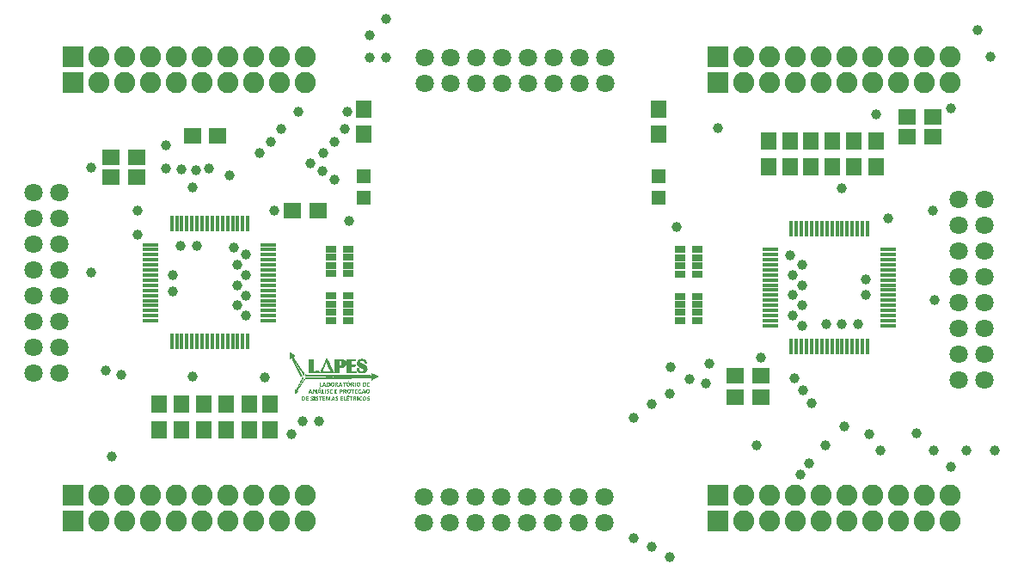
<source format=gts>
G04 Layer_Color=8388736*
%FSLAX44Y44*%
%MOMM*%
G71*
G01*
G75*
%ADD28R,1.6032X1.8032*%
%ADD29R,1.8032X1.6032*%
%ADD30R,1.6032X0.4532*%
%ADD31R,0.4532X1.6032*%
%ADD32R,1.0900X0.6400*%
%ADD33R,1.4224X1.4224*%
%ADD34R,2.0828X2.0828*%
%ADD35C,2.0828*%
%ADD36C,1.8032*%
%ADD37C,1.0032*%
G36*
X304885Y185778D02*
Y185420D01*
Y185062D01*
X304527D01*
Y185420D01*
X303095D01*
Y185062D01*
Y184704D01*
X303811D01*
Y184346D01*
X304527D01*
Y183988D01*
X304885D01*
Y183630D01*
Y183272D01*
Y182914D01*
Y182556D01*
X304527D01*
Y182199D01*
X302022D01*
Y182556D01*
Y182914D01*
Y183272D01*
X302380D01*
Y182914D01*
X303811D01*
Y183272D01*
Y183630D01*
X303095D01*
Y183988D01*
X302380D01*
Y184346D01*
X302022D01*
Y184704D01*
Y185062D01*
Y185420D01*
X302380D01*
Y185778D01*
X302738D01*
Y186136D01*
X304885D01*
Y185778D01*
D02*
G37*
G36*
X320633Y192936D02*
Y192578D01*
Y192220D01*
X320275D01*
Y192578D01*
X318844D01*
Y192220D01*
Y191862D01*
X319560D01*
Y191504D01*
X320275D01*
Y191146D01*
X320633D01*
Y190788D01*
Y190431D01*
Y190073D01*
Y189715D01*
X319918D01*
Y189357D01*
X317770D01*
Y189715D01*
Y190073D01*
Y190431D01*
X318128D01*
Y190073D01*
X319560D01*
Y190431D01*
Y190788D01*
X318844D01*
Y191146D01*
X318128D01*
Y191504D01*
X317770D01*
Y191862D01*
Y192220D01*
Y192578D01*
X318128D01*
Y192936D01*
X318486D01*
Y193294D01*
X320633D01*
Y192936D01*
D02*
G37*
G36*
X351772D02*
Y192578D01*
Y192220D01*
X351414D01*
Y192578D01*
X350340D01*
Y192220D01*
X349982D01*
Y191862D01*
X349625D01*
Y191504D01*
Y191146D01*
Y190788D01*
X349982D01*
Y190431D01*
X350340D01*
Y190073D01*
X351414D01*
Y190431D01*
X351772D01*
Y190073D01*
Y189715D01*
Y189357D01*
X351056D01*
Y188999D01*
X351414D01*
Y188641D01*
Y188283D01*
X351056D01*
Y187925D01*
X349982D01*
Y188283D01*
X350698D01*
Y188641D01*
X350340D01*
Y188999D01*
Y189357D01*
X349625D01*
Y189715D01*
X349267D01*
Y190073D01*
X348909D01*
Y190431D01*
X348551D01*
Y190788D01*
Y191146D01*
Y191504D01*
Y191862D01*
X348909D01*
Y192220D01*
Y192578D01*
X349267D01*
Y192936D01*
X349982D01*
Y193294D01*
X351772D01*
Y192936D01*
D02*
G37*
G36*
X309896Y185778D02*
Y185420D01*
Y185062D01*
X309538D01*
Y185420D01*
X308464D01*
Y185062D01*
Y184704D01*
X308822D01*
Y184346D01*
X309538D01*
Y183988D01*
X309896D01*
Y183630D01*
Y183272D01*
Y182914D01*
Y182556D01*
X309538D01*
Y182199D01*
X307390D01*
Y182556D01*
X307033D01*
Y182914D01*
Y183272D01*
X307748D01*
Y182914D01*
X308822D01*
Y183272D01*
Y183630D01*
X308464D01*
Y183988D01*
X307748D01*
Y184346D01*
X307390D01*
Y184704D01*
X307033D01*
Y185062D01*
Y185420D01*
X307390D01*
Y185778D01*
X307748D01*
Y186136D01*
X309896D01*
Y185778D01*
D02*
G37*
G36*
X352846D02*
Y185420D01*
Y185062D01*
X352488D01*
Y185420D01*
X351056D01*
Y185062D01*
X350698D01*
Y184704D01*
Y184346D01*
Y183988D01*
Y183630D01*
Y183272D01*
X351056D01*
Y182914D01*
X352488D01*
Y183272D01*
X352846D01*
Y182914D01*
Y182556D01*
Y182199D01*
X350698D01*
Y182556D01*
X349982D01*
Y182914D01*
X349625D01*
Y183272D01*
Y183630D01*
Y183988D01*
Y184346D01*
Y184704D01*
Y185062D01*
X349982D01*
Y185420D01*
Y185778D01*
X350698D01*
Y186136D01*
X352846D01*
Y185778D01*
D02*
G37*
G36*
X329223D02*
Y185420D01*
Y185062D01*
X328865D01*
Y185420D01*
X327792D01*
Y185062D01*
Y184704D01*
X328150D01*
Y184346D01*
X328865D01*
Y183988D01*
X329223D01*
Y183630D01*
Y183272D01*
Y182914D01*
Y182556D01*
X328865D01*
Y182199D01*
X326718D01*
Y182556D01*
X326360D01*
Y182914D01*
Y183272D01*
X327076D01*
Y182914D01*
X328150D01*
Y183272D01*
Y183630D01*
X327792D01*
Y183988D01*
X327076D01*
Y184346D01*
X326718D01*
Y184704D01*
X326360D01*
Y185062D01*
Y185420D01*
X326718D01*
Y185778D01*
X327076D01*
Y186136D01*
X329223D01*
Y185778D01*
D02*
G37*
G36*
X308464Y192936D02*
Y192578D01*
Y192220D01*
Y191862D01*
Y191504D01*
Y191146D01*
Y190788D01*
Y190431D01*
Y190073D01*
Y189715D01*
Y189357D01*
X307033D01*
Y189715D01*
Y190073D01*
X306675D01*
Y190431D01*
X306317D01*
Y190788D01*
Y191146D01*
X305959D01*
Y191504D01*
X305601D01*
Y191146D01*
Y190788D01*
Y190431D01*
Y190073D01*
Y189715D01*
Y189357D01*
X304527D01*
Y189715D01*
Y190073D01*
Y190431D01*
Y190788D01*
Y191146D01*
Y191504D01*
Y191862D01*
Y192220D01*
Y192578D01*
Y192936D01*
Y193294D01*
X305959D01*
Y192936D01*
Y192578D01*
X306317D01*
Y192220D01*
X306675D01*
Y191862D01*
Y191504D01*
X307033D01*
Y191146D01*
X307390D01*
Y191504D01*
Y191862D01*
Y192220D01*
Y192578D01*
Y192936D01*
Y193294D01*
X308464D01*
Y192936D01*
D02*
G37*
G36*
X311685Y194368D02*
X311327D01*
Y194010D01*
X310970D01*
Y193652D01*
X310254D01*
Y194010D01*
X310612D01*
Y194368D01*
Y194726D01*
X311685D01*
Y194368D01*
D02*
G37*
G36*
X340319Y199736D02*
X340677D01*
Y199379D01*
X341035D01*
Y199021D01*
X341393D01*
Y198663D01*
Y198305D01*
Y197947D01*
Y197589D01*
Y197231D01*
X341035D01*
Y196873D01*
X340677D01*
Y196515D01*
X340319D01*
Y196157D01*
X338171D01*
Y196515D01*
X337813D01*
Y196873D01*
X337455D01*
Y197231D01*
Y197589D01*
Y197947D01*
Y198305D01*
Y198663D01*
Y199021D01*
Y199379D01*
X337813D01*
Y199736D01*
X338529D01*
Y200094D01*
X340319D01*
Y199736D01*
D02*
G37*
G36*
X344256D02*
X344972D01*
Y199379D01*
Y199021D01*
Y198663D01*
Y198305D01*
X344614D01*
Y197947D01*
X344256D01*
Y197589D01*
X344614D01*
Y197231D01*
X344972D01*
Y196873D01*
Y196515D01*
X345330D01*
Y196157D01*
X344256D01*
Y196515D01*
X343898D01*
Y196873D01*
X343540D01*
Y197231D01*
Y197589D01*
X342824D01*
Y197231D01*
Y196873D01*
Y196515D01*
Y196157D01*
X341750D01*
Y196515D01*
Y196873D01*
Y197231D01*
Y197589D01*
Y197947D01*
Y198305D01*
Y198663D01*
Y199021D01*
Y199379D01*
Y199736D01*
Y200094D01*
X344256D01*
Y199736D01*
D02*
G37*
G36*
X346761D02*
Y199379D01*
Y199021D01*
Y198663D01*
Y198305D01*
Y197947D01*
Y197589D01*
Y197231D01*
Y196873D01*
Y196515D01*
Y196157D01*
X345687D01*
Y196515D01*
Y196873D01*
Y197231D01*
Y197589D01*
Y197947D01*
Y198305D01*
Y198663D01*
Y199021D01*
Y199379D01*
Y199736D01*
Y200094D01*
X346761D01*
Y199736D01*
D02*
G37*
G36*
X337098D02*
Y199379D01*
X336024D01*
Y199021D01*
Y198663D01*
Y198305D01*
Y197947D01*
Y197589D01*
Y197231D01*
Y196873D01*
Y196515D01*
Y196157D01*
X334950D01*
Y196515D01*
Y196873D01*
Y197231D01*
Y197589D01*
Y197947D01*
Y198305D01*
Y198663D01*
Y199021D01*
Y199379D01*
X333876D01*
Y199736D01*
Y200094D01*
X337098D01*
Y199736D01*
D02*
G37*
G36*
X355351Y194010D02*
X354993D01*
Y193652D01*
X353920D01*
Y194010D01*
X353562D01*
Y193652D01*
X353204D01*
Y194010D01*
Y194368D01*
X354277D01*
Y194010D01*
X354635D01*
Y194368D01*
X355351D01*
Y194010D01*
D02*
G37*
G36*
X320633Y199736D02*
X320991D01*
Y199379D01*
Y199021D01*
Y198663D01*
X320633D01*
Y198305D01*
X320991D01*
Y197947D01*
X321349D01*
Y197589D01*
Y197231D01*
Y196873D01*
X320991D01*
Y196515D01*
X320633D01*
Y196157D01*
X318128D01*
Y196515D01*
Y196873D01*
Y197231D01*
Y197589D01*
Y197947D01*
Y198305D01*
Y198663D01*
Y199021D01*
Y199379D01*
Y199736D01*
Y200094D01*
X320633D01*
Y199736D01*
D02*
G37*
G36*
X324570D02*
X325286D01*
Y199379D01*
Y199021D01*
X325644D01*
Y198663D01*
Y198305D01*
Y197947D01*
Y197589D01*
Y197231D01*
X325286D01*
Y196873D01*
Y196515D01*
X324570D01*
Y196157D01*
X322781D01*
Y196515D01*
X322065D01*
Y196873D01*
X321707D01*
Y197231D01*
Y197589D01*
Y197947D01*
Y198305D01*
Y198663D01*
Y199021D01*
X322065D01*
Y199379D01*
Y199736D01*
X322781D01*
Y200094D01*
X324570D01*
Y199736D01*
D02*
G37*
G36*
X328507Y192936D02*
Y192578D01*
X327076D01*
Y192220D01*
Y191862D01*
X328150D01*
Y191504D01*
Y191146D01*
X327076D01*
Y190788D01*
Y190431D01*
Y190073D01*
X328507D01*
Y189715D01*
Y189357D01*
X326002D01*
Y189715D01*
Y190073D01*
Y190431D01*
Y190788D01*
Y191146D01*
Y191504D01*
Y191862D01*
Y192220D01*
Y192578D01*
Y192936D01*
Y193294D01*
X328507D01*
Y192936D01*
D02*
G37*
G36*
X333160D02*
X333518D01*
Y192578D01*
Y192220D01*
X333876D01*
Y191862D01*
X333518D01*
Y191504D01*
Y191146D01*
X333160D01*
Y190788D01*
X331729D01*
Y190431D01*
Y190073D01*
Y189715D01*
Y189357D01*
X330655D01*
Y189715D01*
Y190073D01*
Y190431D01*
Y190788D01*
Y191146D01*
Y191504D01*
Y191862D01*
Y192220D01*
Y192578D01*
Y192936D01*
Y193294D01*
X333160D01*
Y192936D01*
D02*
G37*
G36*
X336740D02*
X337098D01*
Y192578D01*
Y192220D01*
Y191862D01*
Y191504D01*
X336740D01*
Y191146D01*
X336382D01*
Y190788D01*
X336740D01*
Y190431D01*
X337098D01*
Y190073D01*
X337455D01*
Y189715D01*
X337813D01*
Y189357D01*
X336382D01*
Y189715D01*
Y190073D01*
X336024D01*
Y190431D01*
X335666D01*
Y190788D01*
X335308D01*
Y190431D01*
Y190073D01*
Y189715D01*
Y189357D01*
X334234D01*
Y189715D01*
Y190073D01*
Y190431D01*
Y190788D01*
Y191146D01*
Y191504D01*
Y191862D01*
Y192220D01*
Y192578D01*
Y192936D01*
Y193294D01*
X336740D01*
Y192936D01*
D02*
G37*
G36*
X323855D02*
Y192578D01*
X322423D01*
Y192220D01*
Y191862D01*
X323497D01*
Y191504D01*
Y191146D01*
X322423D01*
Y190788D01*
Y190431D01*
Y190073D01*
X323855D01*
Y189715D01*
Y189357D01*
X321349D01*
Y189715D01*
Y190073D01*
Y190431D01*
Y190788D01*
Y191146D01*
Y191504D01*
Y191862D01*
Y192220D01*
Y192578D01*
Y192936D01*
Y193294D01*
X323855D01*
Y192936D01*
D02*
G37*
G36*
X311327D02*
X311685D01*
Y192578D01*
Y192220D01*
Y191862D01*
X312043D01*
Y191504D01*
Y191146D01*
Y190788D01*
X312401D01*
Y190431D01*
Y190073D01*
X312759D01*
Y189715D01*
Y189357D01*
X311685D01*
Y189715D01*
X311327D01*
Y190073D01*
X309896D01*
Y189715D01*
Y189357D01*
X308822D01*
Y189715D01*
Y190073D01*
X309180D01*
Y190431D01*
Y190788D01*
Y191146D01*
X309538D01*
Y191504D01*
Y191862D01*
Y192220D01*
X309896D01*
Y192578D01*
Y192936D01*
X310254D01*
Y193294D01*
X311327D01*
Y192936D01*
D02*
G37*
G36*
X314191D02*
Y192578D01*
Y192220D01*
Y191862D01*
Y191504D01*
Y191146D01*
Y190788D01*
Y190431D01*
Y190073D01*
X315623D01*
Y189715D01*
Y189357D01*
X313117D01*
Y189715D01*
Y190073D01*
Y190431D01*
Y190788D01*
Y191146D01*
Y191504D01*
Y191862D01*
Y192220D01*
Y192578D01*
Y192936D01*
Y193294D01*
X314191D01*
Y192936D01*
D02*
G37*
G36*
X317054D02*
Y192578D01*
Y192220D01*
Y191862D01*
Y191504D01*
Y191146D01*
Y190788D01*
Y190431D01*
Y190073D01*
Y189715D01*
Y189357D01*
X315980D01*
Y189715D01*
Y190073D01*
Y190431D01*
Y190788D01*
Y191146D01*
Y191504D01*
Y191862D01*
Y192220D01*
Y192578D01*
Y192936D01*
Y193294D01*
X317054D01*
Y192936D01*
D02*
G37*
G36*
X340677D02*
X341393D01*
Y192578D01*
X341750D01*
Y192220D01*
Y191862D01*
Y191504D01*
Y191146D01*
Y190788D01*
Y190431D01*
X341393D01*
Y190073D01*
Y189715D01*
X340677D01*
Y189357D01*
X338887D01*
Y189715D01*
X338171D01*
Y190073D01*
Y190431D01*
X337813D01*
Y190788D01*
Y191146D01*
Y191504D01*
Y191862D01*
Y192220D01*
X338171D01*
Y192578D01*
Y192936D01*
X338887D01*
Y193294D01*
X340677D01*
Y192936D01*
D02*
G37*
G36*
X302738D02*
Y192578D01*
X303095D01*
Y192220D01*
Y191862D01*
X303453D01*
Y191504D01*
Y191146D01*
Y190788D01*
X303811D01*
Y190431D01*
Y190073D01*
Y189715D01*
X304169D01*
Y189357D01*
X303095D01*
Y189715D01*
X302738D01*
Y190073D01*
X301306D01*
Y189715D01*
Y189357D01*
X300232D01*
Y189715D01*
Y190073D01*
Y190431D01*
X300590D01*
Y190788D01*
Y191146D01*
X300948D01*
Y191504D01*
Y191862D01*
Y192220D01*
X301306D01*
Y192578D01*
Y192936D01*
Y193294D01*
X302738D01*
Y192936D01*
D02*
G37*
G36*
X339961Y187209D02*
X339603D01*
Y186851D01*
X339245D01*
Y186493D01*
X338529D01*
Y186851D01*
Y187209D01*
X338887D01*
Y187567D01*
X339961D01*
Y187209D01*
D02*
G37*
G36*
X360362Y185778D02*
Y185420D01*
Y185062D01*
X360004D01*
Y185420D01*
X358573D01*
Y185062D01*
Y184704D01*
X359288D01*
Y184346D01*
X360004D01*
Y183988D01*
X360362D01*
Y183630D01*
Y183272D01*
Y182914D01*
Y182556D01*
X359646D01*
Y182199D01*
X357499D01*
Y182556D01*
Y182914D01*
Y183272D01*
X357857D01*
Y182914D01*
X359288D01*
Y183272D01*
Y183630D01*
X358573D01*
Y183988D01*
X357857D01*
Y184346D01*
X357499D01*
Y184704D01*
Y185062D01*
Y185420D01*
X357857D01*
Y185778D01*
X358215D01*
Y186136D01*
X360362D01*
Y185778D01*
D02*
G37*
G36*
X359288Y192936D02*
X360004D01*
Y192578D01*
Y192220D01*
X360362D01*
Y191862D01*
Y191504D01*
Y191146D01*
Y190788D01*
Y190431D01*
X360004D01*
Y190073D01*
X359646D01*
Y189715D01*
X359288D01*
Y189357D01*
X357499D01*
Y189715D01*
X356783D01*
Y190073D01*
X356425D01*
Y190431D01*
Y190788D01*
Y191146D01*
Y191504D01*
Y191862D01*
Y192220D01*
Y192578D01*
X356783D01*
Y192936D01*
X357499D01*
Y193294D01*
X359288D01*
Y192936D01*
D02*
G37*
G36*
X345330D02*
Y192578D01*
X344256D01*
Y192220D01*
Y191862D01*
Y191504D01*
Y191146D01*
Y190788D01*
Y190431D01*
Y190073D01*
Y189715D01*
Y189357D01*
X343182D01*
Y189715D01*
Y190073D01*
Y190431D01*
Y190788D01*
Y191146D01*
Y191504D01*
Y191862D01*
Y192220D01*
Y192578D01*
X342108D01*
Y192936D01*
Y193294D01*
X345330D01*
Y192936D01*
D02*
G37*
G36*
X348193D02*
Y192578D01*
X346761D01*
Y192220D01*
Y191862D01*
X348193D01*
Y191504D01*
Y191146D01*
X346761D01*
Y190788D01*
Y190431D01*
Y190073D01*
X348193D01*
Y189715D01*
Y189357D01*
X345687D01*
Y189715D01*
Y190073D01*
Y190431D01*
Y190788D01*
Y191146D01*
Y191504D01*
Y191862D01*
Y192220D01*
Y192578D01*
Y192936D01*
Y193294D01*
X348193D01*
Y192936D01*
D02*
G37*
G36*
X354635D02*
X354993D01*
Y192578D01*
Y192220D01*
Y191862D01*
X355351D01*
Y191504D01*
Y191146D01*
X355709D01*
Y190788D01*
Y190431D01*
Y190073D01*
X356067D01*
Y189715D01*
Y189357D01*
X354993D01*
Y189715D01*
Y190073D01*
X353204D01*
Y189715D01*
Y189357D01*
X352130D01*
Y189715D01*
Y190073D01*
X352488D01*
Y190431D01*
Y190788D01*
Y191146D01*
X352846D01*
Y191504D01*
Y191862D01*
X353204D01*
Y192220D01*
Y192578D01*
Y192936D01*
X353562D01*
Y193294D01*
X354635D01*
Y192936D01*
D02*
G37*
G36*
X350340Y199736D02*
X351056D01*
Y199379D01*
Y199021D01*
X351414D01*
Y198663D01*
Y198305D01*
Y197947D01*
Y197589D01*
Y197231D01*
X351056D01*
Y196873D01*
X350698D01*
Y196515D01*
X350340D01*
Y196157D01*
X348551D01*
Y196515D01*
X347835D01*
Y196873D01*
X347477D01*
Y197231D01*
Y197589D01*
Y197947D01*
Y198305D01*
Y198663D01*
Y199021D01*
Y199379D01*
X347835D01*
Y199736D01*
X348551D01*
Y200094D01*
X350340D01*
Y199736D01*
D02*
G37*
G36*
X294505Y204666D02*
X295403D01*
Y204429D01*
X295166D01*
Y204193D01*
Y203956D01*
X294929D01*
Y203720D01*
Y203483D01*
X294693D01*
Y203246D01*
Y203010D01*
X294456D01*
Y202773D01*
X294219D01*
Y202537D01*
Y202300D01*
X293983D01*
Y202063D01*
Y201827D01*
X293746D01*
Y201590D01*
Y201353D01*
X293510D01*
Y201117D01*
Y200880D01*
X293273D01*
Y200644D01*
Y200407D01*
X293036D01*
Y200170D01*
X292800D01*
Y199934D01*
Y199697D01*
X292563D01*
Y199461D01*
Y199224D01*
X292327D01*
Y198987D01*
Y198751D01*
X292090D01*
Y198514D01*
Y198278D01*
X292327D01*
Y198514D01*
X292563D01*
Y198751D01*
Y198987D01*
X292800D01*
Y199224D01*
X293036D01*
Y199461D01*
Y199697D01*
X293273D01*
Y199934D01*
X293510D01*
Y200170D01*
Y200407D01*
X293746D01*
Y200644D01*
X293983D01*
Y200880D01*
Y201117D01*
X294219D01*
Y201353D01*
X294456D01*
Y201590D01*
Y201827D01*
X294693D01*
Y202063D01*
X294929D01*
Y202300D01*
Y202537D01*
X295166D01*
Y202773D01*
X295403D01*
Y203010D01*
Y203246D01*
X295639D01*
Y203483D01*
Y203673D01*
X295579D01*
Y204031D01*
X296295D01*
Y203956D01*
X296349D01*
Y203720D01*
Y203483D01*
Y203246D01*
Y203010D01*
X296586D01*
Y202773D01*
X296349D01*
Y202600D01*
X296653D01*
Y202242D01*
X296295D01*
Y201884D01*
Y201526D01*
X295937D01*
Y201884D01*
Y202063D01*
X295876D01*
Y201827D01*
X295639D01*
Y201590D01*
Y201353D01*
X295403D01*
Y201168D01*
X295579D01*
Y200810D01*
Y200452D01*
X295221D01*
Y200094D01*
X294863D01*
Y200170D01*
X294693D01*
Y199934D01*
X294456D01*
Y199736D01*
X294505D01*
Y199379D01*
Y199021D01*
X294147D01*
Y199224D01*
X293983D01*
Y198987D01*
Y198751D01*
X293746D01*
Y198663D01*
X293790D01*
Y198305D01*
Y197947D01*
X293432D01*
Y197589D01*
X293074D01*
Y197804D01*
X293036D01*
Y197568D01*
Y197331D01*
X292800D01*
Y197094D01*
X292716D01*
Y196873D01*
Y196515D01*
X292358D01*
Y196621D01*
X292327D01*
Y196385D01*
Y196148D01*
X292090D01*
Y195912D01*
X292000D01*
Y195799D01*
Y195441D01*
X291853D01*
Y195438D01*
X291642D01*
Y195084D01*
X291380D01*
Y194965D01*
Y194728D01*
X291284D01*
Y194726D01*
Y194368D01*
X290926D01*
Y194010D01*
X290670D01*
Y193782D01*
X290434D01*
Y193545D01*
Y193309D01*
X290197D01*
Y193072D01*
X289961D01*
Y192836D01*
Y192599D01*
X289724D01*
Y192362D01*
X289487D01*
Y192126D01*
Y191889D01*
Y191653D01*
X289961D01*
Y191416D01*
X290434D01*
Y191179D01*
Y190943D01*
X290197D01*
Y190706D01*
X289724D01*
Y190469D01*
X289487D01*
Y190233D01*
X289251D01*
Y189996D01*
X288778D01*
Y189760D01*
X288541D01*
Y189523D01*
X288068D01*
Y189286D01*
X287831D01*
Y189050D01*
X287358D01*
Y188813D01*
X287121D01*
Y188577D01*
X286648D01*
Y188813D01*
Y189050D01*
Y189286D01*
Y189523D01*
Y189760D01*
Y189996D01*
Y190233D01*
Y190469D01*
Y190706D01*
Y190943D01*
Y191179D01*
Y191416D01*
Y191653D01*
Y191889D01*
Y192126D01*
Y192362D01*
Y192599D01*
Y192836D01*
Y193072D01*
Y193309D01*
Y193545D01*
X286885D01*
Y193309D01*
X287358D01*
Y193072D01*
X287831D01*
Y192836D01*
X288068D01*
Y193072D01*
X288304D01*
Y193309D01*
Y193545D01*
X288541D01*
Y193782D01*
Y194019D01*
X288778D01*
Y194255D01*
Y194492D01*
X289014D01*
Y194728D01*
Y194965D01*
X289251D01*
Y195202D01*
Y195438D01*
X289487D01*
Y195675D01*
Y195912D01*
X289724D01*
Y196148D01*
Y196385D01*
Y196621D01*
X289961D01*
Y196858D01*
Y197094D01*
X290197D01*
Y197331D01*
Y197568D01*
X290434D01*
Y197804D01*
Y198041D01*
X290670D01*
Y198278D01*
Y198514D01*
X290907D01*
Y198751D01*
Y198987D01*
X291144D01*
Y199224D01*
Y199461D01*
X291380D01*
Y199697D01*
Y199934D01*
X291617D01*
Y200170D01*
Y200407D01*
X291853D01*
Y200644D01*
Y200880D01*
X292090D01*
Y201117D01*
Y201353D01*
X292327D01*
Y201590D01*
Y201827D01*
X292563D01*
Y202063D01*
Y202300D01*
X292800D01*
Y202537D01*
Y202773D01*
X293036D01*
Y203010D01*
Y203246D01*
X293273D01*
Y203483D01*
Y203720D01*
X293510D01*
Y203956D01*
Y204193D01*
X293746D01*
Y204429D01*
Y204666D01*
X294147D01*
Y204747D01*
X294505D01*
Y204666D01*
D02*
G37*
G36*
X281978Y229802D02*
X282336D01*
Y229444D01*
X283052D01*
Y229086D01*
X283410D01*
Y228728D01*
X284126D01*
Y228370D01*
X284484D01*
Y228012D01*
X285200D01*
Y227654D01*
X285557D01*
Y227296D01*
X285915D01*
Y226938D01*
X286631D01*
Y226580D01*
X286989D01*
Y226222D01*
Y225864D01*
X286273D01*
Y225506D01*
X285557D01*
Y225149D01*
Y224791D01*
Y224433D01*
X285915D01*
Y224075D01*
X286273D01*
Y223717D01*
Y223359D01*
X286631D01*
Y223001D01*
X286989D01*
Y222643D01*
Y222285D01*
X287347D01*
Y221927D01*
X287705D01*
Y221569D01*
Y221211D01*
X288063D01*
Y220854D01*
X288421D01*
Y220496D01*
Y220138D01*
X288779D01*
Y219780D01*
X289137D01*
Y219422D01*
Y219064D01*
X289494D01*
Y218706D01*
X289853D01*
Y218348D01*
Y217990D01*
X290210D01*
Y217632D01*
Y217274D01*
X290568D01*
Y216917D01*
X290926D01*
Y216558D01*
Y216201D01*
X291284D01*
Y215843D01*
X291642D01*
Y215485D01*
Y215127D01*
X292000D01*
Y214769D01*
X292358D01*
Y214411D01*
Y214053D01*
X292716D01*
Y213695D01*
X293074D01*
Y213337D01*
Y212979D01*
X293432D01*
Y212621D01*
X293790D01*
Y212264D01*
Y211906D01*
X294147D01*
Y211548D01*
Y211190D01*
X294505D01*
Y210832D01*
X294863D01*
Y210474D01*
Y210116D01*
X295221D01*
Y209758D01*
X295579D01*
Y209400D01*
Y209042D01*
X295937D01*
Y208684D01*
X296295D01*
Y208326D01*
X295937D01*
Y207969D01*
Y207611D01*
Y207253D01*
Y206895D01*
X295221D01*
Y207253D01*
X294863D01*
Y207611D01*
Y207969D01*
X294505D01*
Y208326D01*
Y208684D01*
X294147D01*
Y209042D01*
X293790D01*
Y209400D01*
Y209758D01*
X293432D01*
Y210116D01*
X293074D01*
Y210474D01*
Y210832D01*
X292716D01*
Y211190D01*
X292358D01*
Y211548D01*
Y211906D01*
X292000D01*
Y212264D01*
X291642D01*
Y212621D01*
Y212979D01*
X291284D01*
Y213337D01*
X290926D01*
Y213695D01*
Y214053D01*
X290568D01*
Y214411D01*
X290210D01*
Y214769D01*
Y215127D01*
X289853D01*
Y215485D01*
X289494D01*
Y215843D01*
Y216201D01*
X289137D01*
Y216558D01*
Y216917D01*
X288779D01*
Y217274D01*
X288421D01*
Y217632D01*
Y217990D01*
X288063D01*
Y218348D01*
X287705D01*
Y217990D01*
X288063D01*
Y217632D01*
Y217274D01*
X288421D01*
Y216917D01*
Y216558D01*
X288779D01*
Y216201D01*
Y215843D01*
X289137D01*
Y215485D01*
X289494D01*
Y215127D01*
Y214769D01*
X289853D01*
Y214411D01*
Y214053D01*
X290210D01*
Y213695D01*
Y213337D01*
X290568D01*
Y212979D01*
Y212621D01*
X290926D01*
Y212264D01*
X291284D01*
Y211906D01*
Y211548D01*
X291642D01*
Y211190D01*
Y210832D01*
X292000D01*
Y210474D01*
Y210116D01*
X292358D01*
Y209758D01*
Y209400D01*
X292716D01*
Y209042D01*
Y208684D01*
X293074D01*
Y208326D01*
X293432D01*
Y207969D01*
Y207611D01*
X293790D01*
Y207253D01*
Y206895D01*
X294147D01*
Y206537D01*
Y206179D01*
X294505D01*
Y205821D01*
X292000D01*
Y206179D01*
Y206537D01*
X291642D01*
Y206895D01*
Y207253D01*
X291284D01*
Y207611D01*
Y207969D01*
X290926D01*
Y208326D01*
Y208684D01*
X290568D01*
Y209042D01*
Y209400D01*
X290210D01*
Y209758D01*
Y210116D01*
X289853D01*
Y210474D01*
Y210832D01*
X289494D01*
Y211190D01*
Y211548D01*
X289137D01*
Y211906D01*
Y212264D01*
X288779D01*
Y212621D01*
Y212979D01*
X288421D01*
Y213337D01*
Y213695D01*
X288063D01*
Y214053D01*
Y214411D01*
X287705D01*
Y214769D01*
Y215127D01*
X287347D01*
Y215485D01*
Y215843D01*
X286989D01*
Y216201D01*
Y216558D01*
X286631D01*
Y216917D01*
Y217274D01*
X286273D01*
Y217632D01*
Y217990D01*
X285915D01*
Y218348D01*
Y218706D01*
Y219064D01*
X285557D01*
Y219422D01*
Y219780D01*
X285200D01*
Y220138D01*
Y220496D01*
X284842D01*
Y220854D01*
Y221211D01*
X284484D01*
Y221569D01*
Y221927D01*
X284126D01*
Y222285D01*
Y222643D01*
X283768D01*
Y223001D01*
Y223359D01*
X283410D01*
Y223717D01*
X283052D01*
Y223359D01*
X282336D01*
Y223001D01*
X281620D01*
Y222643D01*
X281262D01*
Y223001D01*
Y223359D01*
Y223717D01*
Y224075D01*
Y224433D01*
Y224791D01*
Y225149D01*
Y225506D01*
Y225864D01*
Y226222D01*
Y226580D01*
Y226938D01*
Y227296D01*
Y227654D01*
Y228012D01*
Y228370D01*
Y228728D01*
Y229086D01*
Y229444D01*
Y229802D01*
Y230159D01*
X281978D01*
Y229802D01*
D02*
G37*
G36*
X362510Y209042D02*
X363225D01*
Y208684D01*
X364299D01*
Y208326D01*
X365015D01*
Y207969D01*
X365731D01*
Y207611D01*
X366447D01*
Y207253D01*
X367163D01*
Y206895D01*
X367878D01*
Y206537D01*
X368594D01*
Y206179D01*
X368952D01*
Y205821D01*
X368594D01*
Y205463D01*
X368236D01*
Y205105D01*
X367520D01*
Y204747D01*
X366805D01*
Y204389D01*
X366089D01*
Y204031D01*
X365731D01*
Y203673D01*
X365015D01*
Y203316D01*
X364299D01*
Y202958D01*
X363941D01*
Y202600D01*
X363225D01*
Y202242D01*
X362510D01*
Y201884D01*
X361794D01*
Y202242D01*
Y202600D01*
Y202958D01*
Y203316D01*
Y203673D01*
Y204031D01*
Y204389D01*
X358573D01*
Y204031D01*
X342824D01*
Y203673D01*
X328150D01*
Y203316D01*
X312043D01*
Y202958D01*
X297011D01*
Y203316D01*
Y203673D01*
X296653D01*
Y204031D01*
Y204389D01*
Y204747D01*
X312759D01*
Y205105D01*
X341035D01*
Y205463D01*
X324570D01*
Y205821D01*
X324212D01*
Y205463D01*
X317054D01*
Y205821D01*
X296653D01*
Y206179D01*
Y206537D01*
Y206895D01*
Y207253D01*
Y207611D01*
X297011D01*
Y207969D01*
Y208326D01*
X297727D01*
Y207969D01*
X318128D01*
Y207611D01*
X339245D01*
Y207253D01*
X361078D01*
Y206895D01*
X362152D01*
Y207253D01*
Y207611D01*
Y207969D01*
Y208326D01*
Y208684D01*
Y209042D01*
Y209400D01*
X362510D01*
Y209042D01*
D02*
G37*
G36*
X313475Y185778D02*
Y185420D01*
X312401D01*
Y185062D01*
Y184704D01*
Y184346D01*
Y183988D01*
Y183630D01*
Y183272D01*
Y182914D01*
Y182556D01*
Y182199D01*
X311327D01*
Y182556D01*
Y182914D01*
Y183272D01*
Y183630D01*
Y183988D01*
Y184346D01*
Y184704D01*
Y185062D01*
Y185420D01*
X310254D01*
Y185778D01*
Y186136D01*
X313475D01*
Y185778D01*
D02*
G37*
G36*
X324928D02*
Y185420D01*
X325286D01*
Y185062D01*
Y184704D01*
Y184346D01*
X325644D01*
Y183988D01*
Y183630D01*
X326002D01*
Y183272D01*
Y182914D01*
Y182556D01*
X326360D01*
Y182199D01*
X325286D01*
Y182556D01*
X324928D01*
Y182914D01*
X323497D01*
Y182556D01*
Y182199D01*
X322065D01*
Y182556D01*
X322423D01*
Y182914D01*
Y183272D01*
X322781D01*
Y183630D01*
Y183988D01*
Y184346D01*
X323139D01*
Y184704D01*
Y185062D01*
X323497D01*
Y185420D01*
Y185778D01*
Y186136D01*
X324928D01*
Y185778D01*
D02*
G37*
G36*
X316338D02*
Y185420D01*
X314907D01*
Y185062D01*
Y184704D01*
X316338D01*
Y184346D01*
Y183988D01*
X314907D01*
Y183630D01*
Y183272D01*
Y182914D01*
X316696D01*
Y182556D01*
Y182199D01*
X313833D01*
Y182556D01*
Y182914D01*
Y183272D01*
Y183630D01*
Y183988D01*
Y184346D01*
Y184704D01*
Y185062D01*
Y185420D01*
Y185778D01*
Y186136D01*
X316338D01*
Y185778D01*
D02*
G37*
G36*
X340319Y201168D02*
X339961D01*
Y200810D01*
X339603D01*
Y200452D01*
X338887D01*
Y200810D01*
X339245D01*
Y201168D01*
Y201526D01*
X340319D01*
Y201168D01*
D02*
G37*
G36*
X305243Y222643D02*
Y222285D01*
Y221927D01*
Y221569D01*
Y221211D01*
Y220854D01*
Y220496D01*
Y220138D01*
Y219780D01*
Y219422D01*
Y219064D01*
Y218706D01*
Y218348D01*
Y217990D01*
Y217632D01*
Y217274D01*
Y216917D01*
Y216558D01*
Y216201D01*
Y215843D01*
Y215485D01*
Y215127D01*
Y214769D01*
Y214411D01*
Y214053D01*
Y213695D01*
Y213337D01*
Y212979D01*
Y212621D01*
Y212264D01*
Y211906D01*
Y211548D01*
X305601D01*
Y211190D01*
X306675D01*
Y211548D01*
X310612D01*
Y211190D01*
X310970D01*
Y210832D01*
Y210474D01*
Y210116D01*
Y209758D01*
Y209400D01*
X310612D01*
Y209042D01*
X310254D01*
Y209400D01*
X301664D01*
Y209042D01*
X301306D01*
Y209400D01*
X300590D01*
Y209758D01*
Y210116D01*
Y210474D01*
Y210832D01*
Y211190D01*
Y211548D01*
Y211906D01*
Y212264D01*
Y212621D01*
Y212979D01*
Y213337D01*
Y213695D01*
Y214053D01*
Y214411D01*
Y214769D01*
Y215127D01*
Y215485D01*
Y215843D01*
Y216201D01*
Y216558D01*
Y216917D01*
Y217274D01*
Y217632D01*
Y217990D01*
Y218348D01*
Y218706D01*
Y219064D01*
Y219422D01*
Y219780D01*
Y220138D01*
Y220496D01*
Y220854D01*
Y221211D01*
Y221569D01*
Y221927D01*
Y222285D01*
Y222643D01*
X300948D01*
Y223001D01*
X305243D01*
Y222643D01*
D02*
G37*
G36*
X299874Y185778D02*
Y185420D01*
X298800D01*
Y185062D01*
Y184704D01*
X299874D01*
Y184346D01*
Y183988D01*
X298800D01*
Y183630D01*
Y183272D01*
Y182914D01*
X300232D01*
Y182556D01*
Y182199D01*
X297727D01*
Y182556D01*
Y182914D01*
Y183272D01*
Y183630D01*
Y183988D01*
Y184346D01*
Y184704D01*
Y185062D01*
Y185420D01*
Y185778D01*
Y186136D01*
X299874D01*
Y185778D01*
D02*
G37*
G36*
X353920Y223001D02*
X355351D01*
Y222643D01*
X356067D01*
Y222285D01*
X356425D01*
Y221927D01*
X356783D01*
Y221569D01*
X357141D01*
Y221211D01*
Y220854D01*
Y220496D01*
X357499D01*
Y220138D01*
Y219780D01*
Y219422D01*
Y219064D01*
Y218706D01*
X357141D01*
Y218348D01*
X354993D01*
Y218706D01*
Y219064D01*
Y219422D01*
Y219780D01*
Y220138D01*
Y220496D01*
X354635D01*
Y220854D01*
X354277D01*
Y221211D01*
X351414D01*
Y220854D01*
X351056D01*
Y220496D01*
Y220138D01*
Y219780D01*
X351414D01*
Y219422D01*
X351772D01*
Y219064D01*
X352488D01*
Y218706D01*
X353562D01*
Y218348D01*
X354277D01*
Y217990D01*
X354993D01*
Y217632D01*
X355709D01*
Y217274D01*
X356067D01*
Y216917D01*
X356425D01*
Y216558D01*
X356783D01*
Y216201D01*
X357141D01*
Y215843D01*
X357499D01*
Y215485D01*
Y215127D01*
X357857D01*
Y214769D01*
Y214411D01*
Y214053D01*
Y213695D01*
X358215D01*
Y213337D01*
Y212979D01*
X357857D01*
Y212621D01*
Y212264D01*
Y211906D01*
Y211548D01*
X357499D01*
Y211190D01*
Y210832D01*
X357141D01*
Y210474D01*
X356783D01*
Y210116D01*
X356425D01*
Y209758D01*
X355709D01*
Y209400D01*
X354635D01*
Y209042D01*
X350698D01*
Y209400D01*
X349625D01*
Y209758D01*
X348909D01*
Y210116D01*
X348551D01*
Y210474D01*
X348193D01*
Y210832D01*
Y211190D01*
X347835D01*
Y211548D01*
Y211906D01*
Y212264D01*
X347477D01*
Y212621D01*
Y212979D01*
Y213337D01*
Y213695D01*
Y214053D01*
X347835D01*
Y214411D01*
X349267D01*
Y214769D01*
X349982D01*
Y214411D01*
X350340D01*
Y214053D01*
Y213695D01*
Y213337D01*
X349982D01*
Y212979D01*
Y212621D01*
Y212264D01*
X350340D01*
Y211906D01*
Y211548D01*
X350698D01*
Y211190D01*
X351414D01*
Y210832D01*
X353562D01*
Y211190D01*
X353920D01*
Y211548D01*
X354277D01*
Y211906D01*
Y212264D01*
Y212621D01*
X353920D01*
Y212979D01*
X353562D01*
Y213337D01*
X353204D01*
Y213695D01*
X352130D01*
Y214053D01*
X351414D01*
Y214411D01*
X350698D01*
Y214769D01*
X349982D01*
Y215127D01*
X349625D01*
Y215485D01*
X349267D01*
Y215843D01*
X348909D01*
Y216201D01*
X348551D01*
Y216558D01*
X348193D01*
Y216917D01*
Y217274D01*
X347835D01*
Y217632D01*
Y217990D01*
Y218348D01*
Y218706D01*
Y219064D01*
Y219422D01*
Y219780D01*
Y220138D01*
Y220496D01*
X348193D01*
Y220854D01*
Y221211D01*
X348551D01*
Y221569D01*
X348909D01*
Y221927D01*
X349267D01*
Y222285D01*
X349625D01*
Y222643D01*
X350340D01*
Y223001D01*
X351772D01*
Y223359D01*
X353920D01*
Y223001D01*
D02*
G37*
G36*
X295937Y185778D02*
X296653D01*
Y185420D01*
Y185062D01*
X297011D01*
Y184704D01*
Y184346D01*
Y183988D01*
Y183630D01*
Y183272D01*
X296653D01*
Y182914D01*
X296295D01*
Y182556D01*
X295937D01*
Y182199D01*
X293432D01*
Y182556D01*
Y182914D01*
Y183272D01*
Y183630D01*
Y183988D01*
Y184346D01*
Y184704D01*
Y185062D01*
Y185420D01*
Y185778D01*
Y186136D01*
X295937D01*
Y185778D01*
D02*
G37*
G36*
X346761Y222643D02*
X347119D01*
Y222285D01*
Y221927D01*
Y221569D01*
Y221211D01*
X346761D01*
Y220854D01*
X342466D01*
Y220496D01*
Y220138D01*
Y219780D01*
Y219422D01*
Y219064D01*
Y218706D01*
Y218348D01*
Y217990D01*
X345687D01*
Y217632D01*
X346403D01*
Y217274D01*
Y216917D01*
Y216558D01*
Y216201D01*
Y215843D01*
X345687D01*
Y215485D01*
X342824D01*
Y215843D01*
X342466D01*
Y215485D01*
Y215127D01*
Y214769D01*
Y214411D01*
Y214053D01*
Y213695D01*
Y213337D01*
Y212979D01*
Y212621D01*
Y212264D01*
Y211906D01*
Y211548D01*
Y211190D01*
X346403D01*
Y211548D01*
X347119D01*
Y211190D01*
X347835D01*
Y210832D01*
Y210474D01*
Y210116D01*
Y209758D01*
Y209400D01*
X347477D01*
Y209042D01*
X346761D01*
Y209400D01*
X338529D01*
Y209042D01*
X338171D01*
Y209400D01*
X337813D01*
Y209758D01*
Y210116D01*
Y210474D01*
Y210832D01*
Y211190D01*
Y211548D01*
Y211906D01*
Y212264D01*
Y212621D01*
Y212979D01*
Y213337D01*
Y213695D01*
Y214053D01*
Y214411D01*
Y214769D01*
Y215127D01*
Y215485D01*
Y215843D01*
Y216201D01*
Y216558D01*
Y216917D01*
Y217274D01*
Y217632D01*
Y217990D01*
Y218348D01*
Y218706D01*
Y219064D01*
Y219422D01*
Y219780D01*
Y220138D01*
Y220496D01*
Y220854D01*
Y221211D01*
Y221569D01*
Y221927D01*
Y222285D01*
Y222643D01*
Y223001D01*
X346761D01*
Y222643D01*
D02*
G37*
G36*
X334234D02*
X335308D01*
Y222285D01*
X336024D01*
Y221927D01*
X336382D01*
Y221569D01*
X336740D01*
Y221211D01*
Y220854D01*
X337098D01*
Y220496D01*
Y220138D01*
Y219780D01*
X337455D01*
Y219422D01*
Y219064D01*
Y218706D01*
Y218348D01*
Y217990D01*
X337098D01*
Y217632D01*
Y217274D01*
Y216917D01*
Y216558D01*
X336740D01*
Y216201D01*
X336382D01*
Y215843D01*
X336024D01*
Y215485D01*
X335308D01*
Y215127D01*
X334592D01*
Y214769D01*
X332803D01*
Y214411D01*
X330655D01*
Y214053D01*
Y213695D01*
Y213337D01*
Y212979D01*
Y212621D01*
Y212264D01*
Y211906D01*
Y211548D01*
Y211190D01*
Y210832D01*
Y210474D01*
Y210116D01*
Y209758D01*
Y209400D01*
X330297D01*
Y209042D01*
X329939D01*
Y209400D01*
X326718D01*
Y209042D01*
X326360D01*
Y209400D01*
X326002D01*
Y209758D01*
Y210116D01*
Y210474D01*
Y210832D01*
Y211190D01*
Y211548D01*
Y211906D01*
Y212264D01*
Y212621D01*
Y212979D01*
Y213337D01*
Y213695D01*
Y214053D01*
Y214411D01*
Y214769D01*
Y215127D01*
Y215485D01*
Y215843D01*
Y216201D01*
Y216558D01*
Y216917D01*
Y217274D01*
Y217632D01*
Y217990D01*
Y218348D01*
Y218706D01*
Y219064D01*
Y219422D01*
Y219780D01*
Y220138D01*
Y220496D01*
Y220854D01*
Y221211D01*
Y221569D01*
Y221927D01*
Y222285D01*
Y222643D01*
Y223001D01*
X334234D01*
Y222643D01*
D02*
G37*
G36*
X318844Y223359D02*
Y223001D01*
X319202D01*
Y222643D01*
Y222285D01*
X319560D01*
Y221927D01*
Y221569D01*
X319918D01*
Y221211D01*
Y220854D01*
X320275D01*
Y220496D01*
Y220138D01*
Y219780D01*
X320633D01*
Y219422D01*
Y219064D01*
X320991D01*
Y218706D01*
Y218348D01*
X321349D01*
Y217990D01*
Y217632D01*
X321707D01*
Y217274D01*
Y216917D01*
X322065D01*
Y216558D01*
Y216201D01*
X322423D01*
Y215843D01*
Y215485D01*
X322781D01*
Y215127D01*
Y214769D01*
Y214411D01*
X323139D01*
Y214053D01*
Y213695D01*
X323497D01*
Y213337D01*
Y212979D01*
X323855D01*
Y212621D01*
Y212264D01*
X324212D01*
Y211906D01*
Y211548D01*
X324570D01*
Y211190D01*
Y210832D01*
X324928D01*
Y210474D01*
Y210116D01*
X325286D01*
Y209758D01*
Y209400D01*
X311327D01*
Y209758D01*
Y210116D01*
X311685D01*
Y210474D01*
Y210832D01*
X312043D01*
Y211190D01*
Y211548D01*
X312401D01*
Y211906D01*
Y212264D01*
X312759D01*
Y212621D01*
Y212979D01*
Y213337D01*
X313117D01*
Y213695D01*
Y214053D01*
X313475D01*
Y214411D01*
Y214769D01*
X313833D01*
Y215127D01*
Y215485D01*
X314191D01*
Y215843D01*
Y216201D01*
X314549D01*
Y216558D01*
Y216917D01*
X314907D01*
Y217274D01*
Y217632D01*
Y217990D01*
X315265D01*
Y218348D01*
Y218706D01*
X315623D01*
Y219064D01*
Y219422D01*
X315980D01*
Y219780D01*
Y220138D01*
X316338D01*
Y220496D01*
Y220854D01*
X316696D01*
Y221211D01*
Y221569D01*
X317054D01*
Y221927D01*
Y222285D01*
Y222643D01*
X317412D01*
Y223001D01*
Y223359D01*
X317770D01*
Y223717D01*
X318844D01*
Y223359D01*
D02*
G37*
G36*
X306675Y185778D02*
Y185420D01*
Y185062D01*
Y184704D01*
Y184346D01*
Y183988D01*
Y183630D01*
Y183272D01*
Y182914D01*
Y182556D01*
Y182199D01*
X305601D01*
Y182556D01*
Y182914D01*
Y183272D01*
Y183630D01*
Y183988D01*
Y184346D01*
Y184704D01*
Y185062D01*
Y185420D01*
Y185778D01*
Y186136D01*
X306675D01*
Y185778D01*
D02*
G37*
G36*
X333876D02*
Y185420D01*
X332445D01*
Y185062D01*
Y184704D01*
X333876D01*
Y184346D01*
Y183988D01*
X332445D01*
Y183630D01*
Y183272D01*
Y182914D01*
X334234D01*
Y182556D01*
Y182199D01*
X331371D01*
Y182556D01*
Y182914D01*
Y183272D01*
Y183630D01*
Y183988D01*
Y184346D01*
Y184704D01*
Y185062D01*
Y185420D01*
Y185778D01*
Y186136D01*
X333876D01*
Y185778D01*
D02*
G37*
G36*
X360362Y199736D02*
Y199379D01*
X358930D01*
Y199021D01*
Y198663D01*
X360362D01*
Y198305D01*
Y197947D01*
X358930D01*
Y197589D01*
Y197231D01*
Y196873D01*
X360362D01*
Y196515D01*
Y196157D01*
X357857D01*
Y196515D01*
Y196873D01*
Y197231D01*
Y197589D01*
Y197947D01*
Y198305D01*
Y198663D01*
Y199021D01*
Y199379D01*
Y199736D01*
Y200094D01*
X360362D01*
Y199736D01*
D02*
G37*
G36*
X356425D02*
X356783D01*
Y199379D01*
X357141D01*
Y199021D01*
Y198663D01*
Y198305D01*
Y197947D01*
Y197589D01*
Y197231D01*
Y196873D01*
X356783D01*
Y196515D01*
X356067D01*
Y196157D01*
X353562D01*
Y196515D01*
Y196873D01*
Y197231D01*
Y197589D01*
Y197947D01*
Y198305D01*
Y198663D01*
Y199021D01*
Y199379D01*
Y199736D01*
Y200094D01*
X356425D01*
Y199736D01*
D02*
G37*
G36*
X321707Y185778D02*
Y185420D01*
Y185062D01*
Y184704D01*
Y184346D01*
Y183988D01*
Y183630D01*
Y183272D01*
Y182914D01*
Y182556D01*
Y182199D01*
X320633D01*
Y182556D01*
Y182914D01*
Y183272D01*
Y183630D01*
Y183988D01*
X320275D01*
Y183630D01*
Y183272D01*
Y182914D01*
X319918D01*
Y182556D01*
Y182199D01*
X318844D01*
Y182556D01*
Y182914D01*
Y183272D01*
X318486D01*
Y183630D01*
Y183988D01*
X318128D01*
Y183630D01*
Y183272D01*
Y182914D01*
Y182556D01*
Y182199D01*
X317054D01*
Y182556D01*
Y182914D01*
Y183272D01*
Y183630D01*
Y183988D01*
Y184346D01*
Y184704D01*
Y185062D01*
Y185420D01*
Y185778D01*
Y186136D01*
X318486D01*
Y185778D01*
X318844D01*
Y185420D01*
Y185062D01*
Y184704D01*
X319202D01*
Y184346D01*
Y183988D01*
Y183630D01*
X319560D01*
Y183988D01*
Y184346D01*
X319918D01*
Y184704D01*
Y185062D01*
Y185420D01*
X320275D01*
Y185778D01*
Y186136D01*
X321707D01*
Y185778D01*
D02*
G37*
G36*
X316338Y199736D02*
Y199379D01*
X316696D01*
Y199021D01*
Y198663D01*
X317054D01*
Y198305D01*
Y197947D01*
Y197589D01*
X317412D01*
Y197231D01*
Y196873D01*
Y196515D01*
X317770D01*
Y196157D01*
X316696D01*
Y196515D01*
X316338D01*
Y196873D01*
X314907D01*
Y196515D01*
Y196157D01*
X310970D01*
Y196515D01*
Y196873D01*
Y197231D01*
Y197589D01*
Y197947D01*
Y198305D01*
Y198663D01*
Y199021D01*
Y199379D01*
Y199736D01*
Y200094D01*
X312043D01*
Y199736D01*
Y199379D01*
Y199021D01*
Y198663D01*
Y198305D01*
Y197947D01*
Y197589D01*
Y197231D01*
Y196873D01*
X313475D01*
Y196515D01*
X313833D01*
Y196873D01*
Y197231D01*
X314191D01*
Y197589D01*
Y197947D01*
X314549D01*
Y198305D01*
Y198663D01*
Y199021D01*
X314907D01*
Y199379D01*
Y199736D01*
Y200094D01*
X316338D01*
Y199736D01*
D02*
G37*
G36*
X332445D02*
Y199379D01*
Y199021D01*
X332803D01*
Y198663D01*
Y198305D01*
X333160D01*
Y197947D01*
Y197589D01*
Y197231D01*
X333518D01*
Y196873D01*
Y196515D01*
Y196157D01*
X332445D01*
Y196515D01*
Y196873D01*
X331013D01*
Y196515D01*
X330655D01*
Y196157D01*
X328507D01*
Y196515D01*
X328150D01*
Y196873D01*
Y197231D01*
X327792D01*
Y197589D01*
X327434D01*
Y197231D01*
Y196873D01*
Y196515D01*
Y196157D01*
X326360D01*
Y196515D01*
Y196873D01*
Y197231D01*
Y197589D01*
Y197947D01*
Y198305D01*
Y198663D01*
Y199021D01*
Y199379D01*
Y199736D01*
Y200094D01*
X328865D01*
Y199736D01*
X329223D01*
Y199379D01*
Y199021D01*
Y198663D01*
Y198305D01*
X328865D01*
Y197947D01*
X328507D01*
Y197589D01*
X328865D01*
Y197231D01*
X329223D01*
Y196873D01*
X329581D01*
Y196515D01*
X329939D01*
Y196873D01*
Y197231D01*
Y197589D01*
X330297D01*
Y197947D01*
Y198305D01*
X330655D01*
Y198663D01*
Y199021D01*
Y199379D01*
X331013D01*
Y199736D01*
Y200094D01*
X332445D01*
Y199736D01*
D02*
G37*
G36*
X356067Y185778D02*
X356783D01*
Y185420D01*
Y185062D01*
X357141D01*
Y184704D01*
Y184346D01*
Y183988D01*
Y183630D01*
Y183272D01*
X356783D01*
Y182914D01*
X356425D01*
Y182556D01*
X356067D01*
Y182199D01*
X354277D01*
Y182556D01*
X353562D01*
Y182914D01*
X353204D01*
Y183272D01*
Y183630D01*
Y183988D01*
Y184346D01*
Y184704D01*
Y185062D01*
Y185420D01*
X353562D01*
Y185778D01*
X354277D01*
Y186136D01*
X356067D01*
Y185778D01*
D02*
G37*
G36*
X343540D02*
Y185420D01*
X342466D01*
Y185062D01*
Y184704D01*
Y184346D01*
Y183988D01*
Y183630D01*
Y183272D01*
Y182914D01*
Y182556D01*
Y182199D01*
X341393D01*
Y182556D01*
Y182914D01*
Y183272D01*
Y183630D01*
Y183988D01*
Y184346D01*
Y184704D01*
Y185062D01*
Y185420D01*
X340319D01*
Y185778D01*
Y186136D01*
X343540D01*
Y185778D01*
D02*
G37*
G36*
X339961D02*
Y185420D01*
X338529D01*
Y185062D01*
Y184704D01*
X339961D01*
Y184346D01*
Y183988D01*
X338529D01*
Y183630D01*
Y183272D01*
Y182914D01*
X339961D01*
Y182556D01*
Y182199D01*
X337455D01*
Y182556D01*
Y182914D01*
Y183272D01*
Y183630D01*
Y183988D01*
Y184346D01*
Y184704D01*
Y185062D01*
Y185420D01*
Y185778D01*
Y186136D01*
X339961D01*
Y185778D01*
D02*
G37*
G36*
X335666D02*
Y185420D01*
Y185062D01*
Y184704D01*
Y184346D01*
Y183988D01*
Y183630D01*
Y183272D01*
Y182914D01*
X337098D01*
Y182556D01*
Y182199D01*
X334592D01*
Y182556D01*
Y182914D01*
Y183272D01*
Y183630D01*
Y183988D01*
Y184346D01*
Y184704D01*
Y185062D01*
Y185420D01*
Y185778D01*
Y186136D01*
X335666D01*
Y185778D01*
D02*
G37*
G36*
X348909D02*
Y185420D01*
Y185062D01*
Y184704D01*
Y184346D01*
Y183988D01*
Y183630D01*
Y183272D01*
Y182914D01*
Y182556D01*
Y182199D01*
X347835D01*
Y182556D01*
Y182914D01*
Y183272D01*
Y183630D01*
Y183988D01*
Y184346D01*
Y184704D01*
Y185062D01*
Y185420D01*
Y185778D01*
Y186136D01*
X348909D01*
Y185778D01*
D02*
G37*
G36*
X346403D02*
X347119D01*
Y185420D01*
Y185062D01*
Y184704D01*
Y184346D01*
X346761D01*
Y183988D01*
X346403D01*
Y183630D01*
X346761D01*
Y183272D01*
X347119D01*
Y182914D01*
Y182556D01*
X347477D01*
Y182199D01*
X346403D01*
Y182556D01*
X346045D01*
Y182914D01*
X345687D01*
Y183272D01*
Y183630D01*
X344972D01*
Y183272D01*
Y182914D01*
Y182556D01*
Y182199D01*
X343898D01*
Y182556D01*
Y182914D01*
Y183272D01*
Y183630D01*
Y183988D01*
Y184346D01*
Y184704D01*
Y185062D01*
Y185420D01*
Y185778D01*
Y186136D01*
X346403D01*
Y185778D01*
D02*
G37*
%LPC*%
G36*
X339961Y199379D02*
X338887D01*
Y199021D01*
X338529D01*
Y198663D01*
Y198305D01*
Y197947D01*
Y197589D01*
Y197231D01*
X338887D01*
Y196873D01*
X339961D01*
Y197231D01*
Y197589D01*
X340319D01*
Y197947D01*
Y198305D01*
Y198663D01*
X339961D01*
Y199021D01*
Y199379D01*
D02*
G37*
G36*
X343898D02*
X342824D01*
Y199021D01*
Y198663D01*
Y198305D01*
X343540D01*
Y198663D01*
X343898D01*
Y199021D01*
Y199379D01*
D02*
G37*
G36*
X319918D02*
X319202D01*
Y199021D01*
Y198663D01*
X319918D01*
Y199021D01*
Y199379D01*
D02*
G37*
G36*
X320275Y197947D02*
X319202D01*
Y197589D01*
Y197231D01*
Y196873D01*
X319918D01*
Y197231D01*
X320275D01*
Y197589D01*
Y197947D01*
D02*
G37*
G36*
X324212Y199379D02*
X323139D01*
Y199021D01*
X322781D01*
Y198663D01*
Y198305D01*
Y197947D01*
Y197589D01*
Y197231D01*
X323139D01*
Y196873D01*
X324212D01*
Y197231D01*
X324570D01*
Y197589D01*
Y197947D01*
Y198305D01*
Y198663D01*
Y199021D01*
X324212D01*
Y199379D01*
D02*
G37*
G36*
X332445Y192578D02*
X331729D01*
Y192220D01*
Y191862D01*
Y191504D01*
X332445D01*
Y191862D01*
Y192220D01*
Y192578D01*
D02*
G37*
G36*
X336024D02*
X335308D01*
Y192220D01*
Y191862D01*
Y191504D01*
X336024D01*
Y191862D01*
Y192220D01*
Y192578D01*
D02*
G37*
G36*
X310970Y192220D02*
X310612D01*
Y191862D01*
Y191504D01*
X310254D01*
Y191146D01*
Y190788D01*
X310970D01*
Y191146D01*
Y191504D01*
Y191862D01*
Y192220D01*
D02*
G37*
G36*
X340319Y192578D02*
X339245D01*
Y192220D01*
X338887D01*
Y191862D01*
Y191504D01*
Y191146D01*
Y190788D01*
Y190431D01*
X339245D01*
Y190073D01*
X340319D01*
Y190431D01*
X340677D01*
Y190788D01*
Y191146D01*
Y191504D01*
Y191862D01*
Y192220D01*
X340319D01*
Y192578D01*
D02*
G37*
G36*
X302380Y191862D02*
X302022D01*
Y191504D01*
X301664D01*
Y191146D01*
Y190788D01*
X302380D01*
Y191146D01*
Y191504D01*
Y191862D01*
D02*
G37*
G36*
X358930Y192578D02*
X357857D01*
Y192220D01*
X357499D01*
Y191862D01*
Y191504D01*
Y191146D01*
Y190788D01*
Y190431D01*
X357857D01*
Y190073D01*
X358930D01*
Y190431D01*
X359288D01*
Y190788D01*
Y191146D01*
Y191504D01*
Y191862D01*
Y192220D01*
X358930D01*
Y192578D01*
D02*
G37*
G36*
X354277Y192220D02*
X353920D01*
Y191862D01*
Y191504D01*
Y191146D01*
X353562D01*
Y190788D01*
X354635D01*
Y191146D01*
X354277D01*
Y191504D01*
Y191862D01*
Y192220D01*
D02*
G37*
G36*
X349982Y199379D02*
X348909D01*
Y199021D01*
X348551D01*
Y198663D01*
Y198305D01*
Y197947D01*
Y197589D01*
Y197231D01*
X348909D01*
Y196873D01*
X349982D01*
Y197231D01*
X350340D01*
Y197589D01*
Y197947D01*
Y198305D01*
Y198663D01*
Y199021D01*
X349982D01*
Y199379D01*
D02*
G37*
G36*
X292090Y198278D02*
X291853D01*
Y198041D01*
X291617D01*
Y197804D01*
Y197568D01*
X291380D01*
Y197331D01*
Y197094D01*
X291617D01*
Y197331D01*
X291853D01*
Y197568D01*
Y197804D01*
X292090D01*
Y198041D01*
Y198278D01*
D02*
G37*
G36*
X295221Y201117D02*
X295166D01*
Y200880D01*
Y200810D01*
X295221D01*
Y201117D01*
D02*
G37*
G36*
X291380Y197094D02*
X291144D01*
Y196858D01*
Y196621D01*
X291380D01*
Y196858D01*
Y197094D01*
D02*
G37*
G36*
X290907Y196148D02*
X290670D01*
Y195912D01*
X290907D01*
Y196148D01*
D02*
G37*
G36*
X291144Y196621D02*
X290907D01*
Y196385D01*
X291144D01*
Y196621D01*
D02*
G37*
G36*
X287705Y219064D02*
X287347D01*
Y218706D01*
X287705D01*
Y219064D01*
D02*
G37*
G36*
X324570Y184704D02*
X324212D01*
Y184346D01*
X323855D01*
Y183988D01*
Y183630D01*
X324570D01*
Y183988D01*
Y184346D01*
Y184704D01*
D02*
G37*
G36*
X295579Y185420D02*
X294505D01*
Y185062D01*
Y184704D01*
Y184346D01*
Y183988D01*
Y183630D01*
Y183272D01*
Y182914D01*
X295221D01*
Y183272D01*
X295579D01*
Y183630D01*
X295937D01*
Y183988D01*
Y184346D01*
Y184704D01*
Y185062D01*
X295579D01*
Y185420D01*
D02*
G37*
G36*
X332087Y220854D02*
X330655D01*
Y220496D01*
Y220138D01*
Y219780D01*
Y219422D01*
Y219064D01*
Y218706D01*
Y218348D01*
Y217990D01*
Y217632D01*
Y217274D01*
Y216917D01*
Y216558D01*
X332087D01*
Y216917D01*
X332445D01*
Y217274D01*
Y217632D01*
X332803D01*
Y217990D01*
Y218348D01*
Y218706D01*
Y219064D01*
Y219422D01*
Y219780D01*
X332445D01*
Y220138D01*
Y220496D01*
X332087D01*
Y220854D01*
D02*
G37*
G36*
X317770Y219064D02*
X317412D01*
Y218706D01*
Y218348D01*
X317054D01*
Y217990D01*
Y217632D01*
X316696D01*
Y217274D01*
Y216917D01*
X316338D01*
Y216558D01*
Y216201D01*
Y215843D01*
X315980D01*
Y215485D01*
Y215127D01*
X315623D01*
Y214769D01*
Y214411D01*
X315265D01*
Y214053D01*
Y213695D01*
X314907D01*
Y213337D01*
Y212979D01*
X314549D01*
Y212621D01*
Y212264D01*
Y211906D01*
X314191D01*
Y211548D01*
Y211190D01*
X313833D01*
Y210832D01*
X321349D01*
Y211190D01*
Y211548D01*
X320991D01*
Y211906D01*
Y212264D01*
X320633D01*
Y212621D01*
Y212979D01*
X320275D01*
Y213337D01*
Y213695D01*
X319918D01*
Y214053D01*
Y214411D01*
X319560D01*
Y214769D01*
Y215127D01*
Y215485D01*
X319202D01*
Y215843D01*
Y216201D01*
X318844D01*
Y216558D01*
Y216917D01*
X318486D01*
Y217274D01*
Y217632D01*
X318128D01*
Y217990D01*
Y218348D01*
X317770D01*
Y218706D01*
Y219064D01*
D02*
G37*
G36*
X355709Y199379D02*
X354635D01*
Y199021D01*
Y198663D01*
Y198305D01*
Y197947D01*
Y197589D01*
Y197231D01*
Y196873D01*
X355709D01*
Y197231D01*
X356067D01*
Y197589D01*
Y197947D01*
Y198305D01*
Y198663D01*
Y199021D01*
X355709D01*
Y199379D01*
D02*
G37*
G36*
X315980Y198663D02*
X315623D01*
Y198305D01*
X315265D01*
Y197947D01*
Y197589D01*
X315980D01*
Y197947D01*
Y198305D01*
Y198663D01*
D02*
G37*
G36*
X331729D02*
X331371D01*
Y198305D01*
Y197947D01*
Y197589D01*
X332087D01*
Y197947D01*
Y198305D01*
X331729D01*
Y198663D01*
D02*
G37*
G36*
X328150Y199379D02*
X327434D01*
Y199021D01*
Y198663D01*
Y198305D01*
X328150D01*
Y198663D01*
Y199021D01*
Y199379D01*
D02*
G37*
G36*
X355709Y185420D02*
X354635D01*
Y185062D01*
X354277D01*
Y184704D01*
Y184346D01*
Y183988D01*
Y183630D01*
Y183272D01*
X354635D01*
Y182914D01*
X355709D01*
Y183272D01*
X356067D01*
Y183630D01*
Y183988D01*
Y184346D01*
Y184704D01*
Y185062D01*
X355709D01*
Y185420D01*
D02*
G37*
G36*
X346045D02*
X344972D01*
Y185062D01*
Y184704D01*
Y184346D01*
X345687D01*
Y184704D01*
X346045D01*
Y185062D01*
Y185420D01*
D02*
G37*
%LPD*%
D28*
X262000Y178500D02*
D03*
Y153500D02*
D03*
X241385Y178800D02*
D03*
Y153800D02*
D03*
X219342Y178800D02*
D03*
Y153800D02*
D03*
X197300Y178800D02*
D03*
Y153800D02*
D03*
X175257Y178800D02*
D03*
Y153800D02*
D03*
X153215Y178800D02*
D03*
Y153800D02*
D03*
X795000Y412500D02*
D03*
Y437500D02*
D03*
X816000Y412500D02*
D03*
Y437500D02*
D03*
X837000Y412500D02*
D03*
Y437500D02*
D03*
X859000Y412500D02*
D03*
Y437500D02*
D03*
X774000Y412500D02*
D03*
Y437500D02*
D03*
X753000Y412500D02*
D03*
Y437500D02*
D03*
X645000Y444500D02*
D03*
Y469500D02*
D03*
X354000Y444500D02*
D03*
Y469500D02*
D03*
D29*
X284500Y369000D02*
D03*
X309500D02*
D03*
X914500Y442000D02*
D03*
X889500D02*
D03*
X105500Y402000D02*
D03*
X130500D02*
D03*
X185500Y443000D02*
D03*
X210500D02*
D03*
X914500Y462000D02*
D03*
X889500D02*
D03*
X745500Y207000D02*
D03*
X720500D02*
D03*
Y186000D02*
D03*
X745500D02*
D03*
X105500Y422000D02*
D03*
X130500D02*
D03*
D30*
X260800Y335800D02*
D03*
Y330800D02*
D03*
Y325800D02*
D03*
Y320800D02*
D03*
Y315800D02*
D03*
Y310800D02*
D03*
Y305800D02*
D03*
Y300800D02*
D03*
Y295800D02*
D03*
Y290800D02*
D03*
Y285800D02*
D03*
Y280800D02*
D03*
Y275800D02*
D03*
Y270800D02*
D03*
Y265800D02*
D03*
Y260800D02*
D03*
X144800D02*
D03*
Y265800D02*
D03*
Y270800D02*
D03*
Y275800D02*
D03*
Y280800D02*
D03*
Y285800D02*
D03*
Y290800D02*
D03*
Y295800D02*
D03*
Y300800D02*
D03*
Y305800D02*
D03*
Y310800D02*
D03*
Y315800D02*
D03*
Y320800D02*
D03*
Y325800D02*
D03*
Y330800D02*
D03*
Y335800D02*
D03*
X755000Y256000D02*
D03*
Y261000D02*
D03*
Y266000D02*
D03*
Y271000D02*
D03*
Y276000D02*
D03*
Y281000D02*
D03*
Y286000D02*
D03*
Y291000D02*
D03*
Y296000D02*
D03*
Y301000D02*
D03*
Y306000D02*
D03*
Y311000D02*
D03*
Y316000D02*
D03*
Y321000D02*
D03*
Y326000D02*
D03*
Y331000D02*
D03*
X871000D02*
D03*
Y326000D02*
D03*
Y321000D02*
D03*
Y316000D02*
D03*
Y311000D02*
D03*
Y306000D02*
D03*
Y301000D02*
D03*
Y296000D02*
D03*
Y291000D02*
D03*
Y286000D02*
D03*
Y281000D02*
D03*
Y276000D02*
D03*
Y271000D02*
D03*
Y266000D02*
D03*
Y261000D02*
D03*
Y256000D02*
D03*
D31*
X240300Y240300D02*
D03*
X235300D02*
D03*
X230300D02*
D03*
X225300D02*
D03*
X220300D02*
D03*
X215300D02*
D03*
X210300D02*
D03*
X205300D02*
D03*
X200300D02*
D03*
X195300D02*
D03*
X190300D02*
D03*
X185300D02*
D03*
X180300D02*
D03*
X175300D02*
D03*
X170300D02*
D03*
X165300D02*
D03*
Y356300D02*
D03*
X170300D02*
D03*
X175300D02*
D03*
X180300D02*
D03*
X185300D02*
D03*
X190300D02*
D03*
X195300D02*
D03*
X200300D02*
D03*
X205300D02*
D03*
X210300D02*
D03*
X215300D02*
D03*
X220300D02*
D03*
X225300D02*
D03*
X230300D02*
D03*
X235300D02*
D03*
X240300D02*
D03*
X775500Y351500D02*
D03*
X780500D02*
D03*
X785500D02*
D03*
X790500D02*
D03*
X795500D02*
D03*
X800500D02*
D03*
X805500D02*
D03*
X810500D02*
D03*
X815500D02*
D03*
X820500D02*
D03*
X825500D02*
D03*
X830500D02*
D03*
X835500D02*
D03*
X840500D02*
D03*
X845500D02*
D03*
X850500D02*
D03*
Y235500D02*
D03*
X845500D02*
D03*
X840500D02*
D03*
X835500D02*
D03*
X830500D02*
D03*
X825500D02*
D03*
X820500D02*
D03*
X815500D02*
D03*
X810500D02*
D03*
X805500D02*
D03*
X800500D02*
D03*
X795500D02*
D03*
X790500D02*
D03*
X785500D02*
D03*
X780500D02*
D03*
X775500D02*
D03*
D32*
X322300Y315300D02*
D03*
Y307300D02*
D03*
Y323300D02*
D03*
Y331300D02*
D03*
X339300Y307300D02*
D03*
Y315300D02*
D03*
Y331300D02*
D03*
Y323300D02*
D03*
X322300Y269300D02*
D03*
Y261300D02*
D03*
Y277300D02*
D03*
Y285300D02*
D03*
X339300Y261300D02*
D03*
Y269300D02*
D03*
Y285300D02*
D03*
Y277300D02*
D03*
X683000Y277000D02*
D03*
Y285000D02*
D03*
Y269000D02*
D03*
Y261000D02*
D03*
X666000Y285000D02*
D03*
Y277000D02*
D03*
Y261000D02*
D03*
Y269000D02*
D03*
X683000Y323000D02*
D03*
Y331000D02*
D03*
Y315000D02*
D03*
Y307000D02*
D03*
X666000Y331000D02*
D03*
Y323000D02*
D03*
Y307000D02*
D03*
Y315000D02*
D03*
D33*
X645000Y382332D02*
D03*
Y403500D02*
D03*
X354000Y382332D02*
D03*
Y403500D02*
D03*
D34*
X703200Y88900D02*
D03*
Y495300D02*
D03*
Y63500D02*
D03*
Y520700D02*
D03*
X68200Y88900D02*
D03*
Y495300D02*
D03*
Y63500D02*
D03*
Y520700D02*
D03*
D35*
X728600Y88900D02*
D03*
X754000D02*
D03*
X779400D02*
D03*
X804800D02*
D03*
X830200D02*
D03*
X855600D02*
D03*
X881000D02*
D03*
X906400D02*
D03*
X931800D02*
D03*
X728600Y495300D02*
D03*
X754000D02*
D03*
X779400D02*
D03*
X804800D02*
D03*
X830200D02*
D03*
X855600D02*
D03*
X881000D02*
D03*
X906400D02*
D03*
X931800D02*
D03*
X728600Y63500D02*
D03*
X754000D02*
D03*
X779400D02*
D03*
X804800D02*
D03*
X830200D02*
D03*
X855600D02*
D03*
X881000D02*
D03*
X906400D02*
D03*
X931800D02*
D03*
X728600Y520700D02*
D03*
X754000D02*
D03*
X779400D02*
D03*
X804800D02*
D03*
X830200D02*
D03*
X855600D02*
D03*
X881000D02*
D03*
X906400D02*
D03*
X931800D02*
D03*
X93600Y88900D02*
D03*
X119000D02*
D03*
X144400D02*
D03*
X169800D02*
D03*
X195200D02*
D03*
X220600D02*
D03*
X246000D02*
D03*
X271400D02*
D03*
X296800D02*
D03*
X93600Y495300D02*
D03*
X119000D02*
D03*
X144400D02*
D03*
X169800D02*
D03*
X195200D02*
D03*
X220600D02*
D03*
X246000D02*
D03*
X271400D02*
D03*
X296800D02*
D03*
X93600Y63500D02*
D03*
X119000D02*
D03*
X144400D02*
D03*
X169800D02*
D03*
X195200D02*
D03*
X220600D02*
D03*
X246000D02*
D03*
X271400D02*
D03*
X296800D02*
D03*
X93600Y520700D02*
D03*
X119000D02*
D03*
X144400D02*
D03*
X169800D02*
D03*
X195200D02*
D03*
X220600D02*
D03*
X246000D02*
D03*
X271400D02*
D03*
X296800D02*
D03*
D36*
X413800Y87000D02*
D03*
X439200D02*
D03*
X464600D02*
D03*
X515400D02*
D03*
X490000D02*
D03*
X540800D02*
D03*
X591600D02*
D03*
X566200D02*
D03*
Y61600D02*
D03*
X591600D02*
D03*
X540800D02*
D03*
X490000D02*
D03*
X515400D02*
D03*
X464600D02*
D03*
X413800D02*
D03*
X439200D02*
D03*
X54700Y235100D02*
D03*
Y209700D02*
D03*
Y260500D02*
D03*
Y311300D02*
D03*
Y285900D02*
D03*
Y336700D02*
D03*
Y387500D02*
D03*
Y362100D02*
D03*
X29300D02*
D03*
Y387500D02*
D03*
Y336700D02*
D03*
Y285900D02*
D03*
Y311300D02*
D03*
Y260500D02*
D03*
Y235100D02*
D03*
Y209700D02*
D03*
X965700Y228100D02*
D03*
Y202700D02*
D03*
Y253500D02*
D03*
Y304300D02*
D03*
Y278900D02*
D03*
Y329700D02*
D03*
Y380500D02*
D03*
Y355100D02*
D03*
X940300D02*
D03*
Y380500D02*
D03*
Y329700D02*
D03*
Y278900D02*
D03*
Y304300D02*
D03*
Y253500D02*
D03*
Y228100D02*
D03*
Y202700D02*
D03*
X592300Y494300D02*
D03*
X566900D02*
D03*
X541500D02*
D03*
X490700D02*
D03*
X516100D02*
D03*
X465300D02*
D03*
X414500D02*
D03*
X439900D02*
D03*
Y519700D02*
D03*
X414500D02*
D03*
X465300D02*
D03*
X516100D02*
D03*
X490700D02*
D03*
X541500D02*
D03*
X592300D02*
D03*
X566900D02*
D03*
D37*
X859000Y464000D02*
D03*
X100000Y212000D02*
D03*
X116000Y208000D02*
D03*
X336000Y450000D02*
D03*
X273000D02*
D03*
X315000Y426000D02*
D03*
X302000Y416000D02*
D03*
X326000Y437000D02*
D03*
X189000Y409000D02*
D03*
X160000Y411000D02*
D03*
X976000Y133000D02*
D03*
X948000D02*
D03*
X916000D02*
D03*
X828000Y157000D02*
D03*
X793000Y120000D02*
D03*
X899000Y150000D02*
D03*
X263000Y437000D02*
D03*
X175300Y410000D02*
D03*
X675000Y203000D02*
D03*
X252000Y426000D02*
D03*
X186000Y392000D02*
D03*
X202000Y411000D02*
D03*
X222000Y404000D02*
D03*
X314000Y408000D02*
D03*
X326000Y400000D02*
D03*
X620000Y165000D02*
D03*
X638000Y179000D02*
D03*
X656000Y189000D02*
D03*
X779000Y204000D02*
D03*
X787000Y192000D02*
D03*
X795500Y179500D02*
D03*
X849000Y286000D02*
D03*
X376000Y558000D02*
D03*
X360000Y542000D02*
D03*
Y520000D02*
D03*
X376000Y520000D02*
D03*
X166800Y305800D02*
D03*
X166800Y289800D02*
D03*
X174300Y334300D02*
D03*
X190300Y334300D02*
D03*
X238800Y305800D02*
D03*
X229800Y315800D02*
D03*
X238800Y285800D02*
D03*
X229800Y295800D02*
D03*
Y275800D02*
D03*
X238800Y265800D02*
D03*
X777000Y266000D02*
D03*
X786000Y256000D02*
D03*
X777000Y286000D02*
D03*
X786000Y276000D02*
D03*
X777000Y306000D02*
D03*
X786000Y296000D02*
D03*
Y316000D02*
D03*
X849000Y302000D02*
D03*
X841500Y257500D02*
D03*
X825500Y257500D02*
D03*
X863000Y133000D02*
D03*
X852000Y149000D02*
D03*
X933000Y117000D02*
D03*
X917000Y281000D02*
D03*
X657000Y215000D02*
D03*
X691000Y199000D02*
D03*
X695000Y219000D02*
D03*
X745500Y224500D02*
D03*
X703000Y451000D02*
D03*
X871000Y362000D02*
D03*
X915000Y369000D02*
D03*
X825500Y391500D02*
D03*
X774000Y325000D02*
D03*
X809500Y257500D02*
D03*
X959000Y547000D02*
D03*
X972000Y520700D02*
D03*
X86000Y308000D02*
D03*
X310000Y162000D02*
D03*
X294000D02*
D03*
X283000Y149000D02*
D03*
X186000Y206000D02*
D03*
X339800Y358800D02*
D03*
X266000Y369000D02*
D03*
X257000Y205000D02*
D03*
X338000Y467000D02*
D03*
X290000D02*
D03*
X160000Y434000D02*
D03*
X86000Y412000D02*
D03*
X238800Y325800D02*
D03*
X226800Y332800D02*
D03*
X656000Y28000D02*
D03*
X638000Y38000D02*
D03*
X620000Y47000D02*
D03*
X132000Y346000D02*
D03*
Y369000D02*
D03*
X933000Y470000D02*
D03*
X663000Y353000D02*
D03*
X106000Y127000D02*
D03*
X784700Y109000D02*
D03*
X809000Y138000D02*
D03*
X741000Y138000D02*
D03*
M02*

</source>
